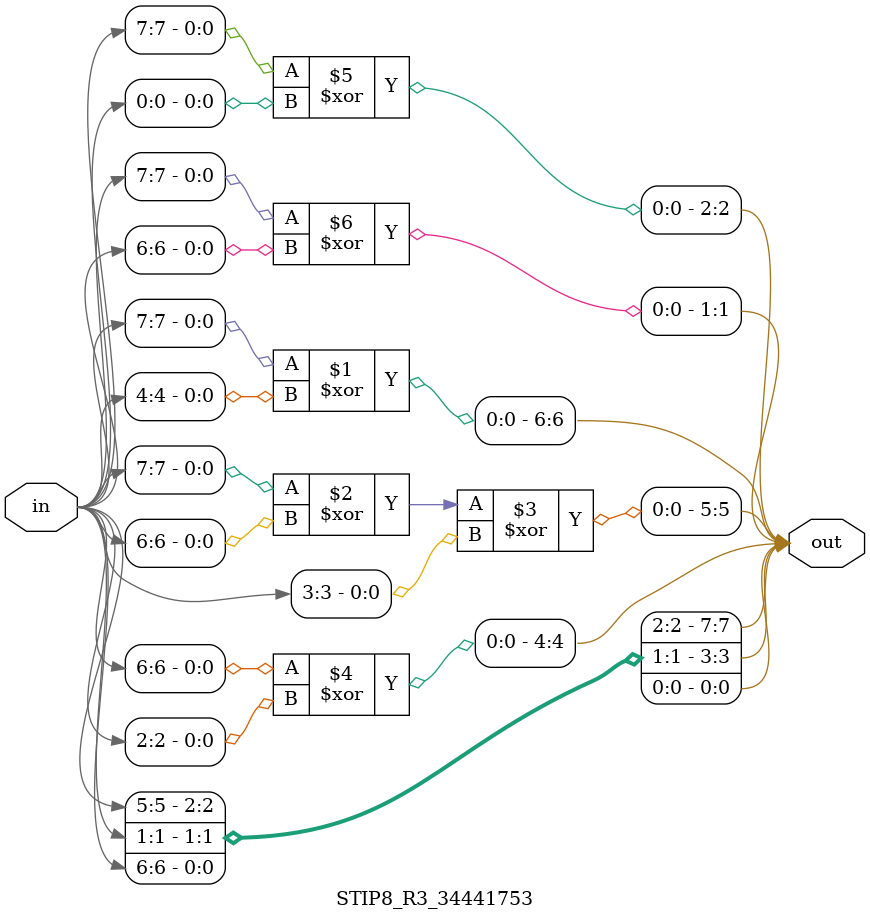
<source format=v>
module  STIP8_R3_34441753(in,out);
input[7:0] in;
output[7:0] out;
wire[7:0] out;
assign out[7]=in[5];
assign out[6]=in[7]^in[4];
assign out[5]=in[7]^in[6]^in[3];
assign out[4]=in[6]^in[2];
assign out[3]=in[1];
assign out[2]=in[7]^in[0];
assign out[1]=in[7]^in[6];
assign out[0]=in[6];
endmodule

</source>
